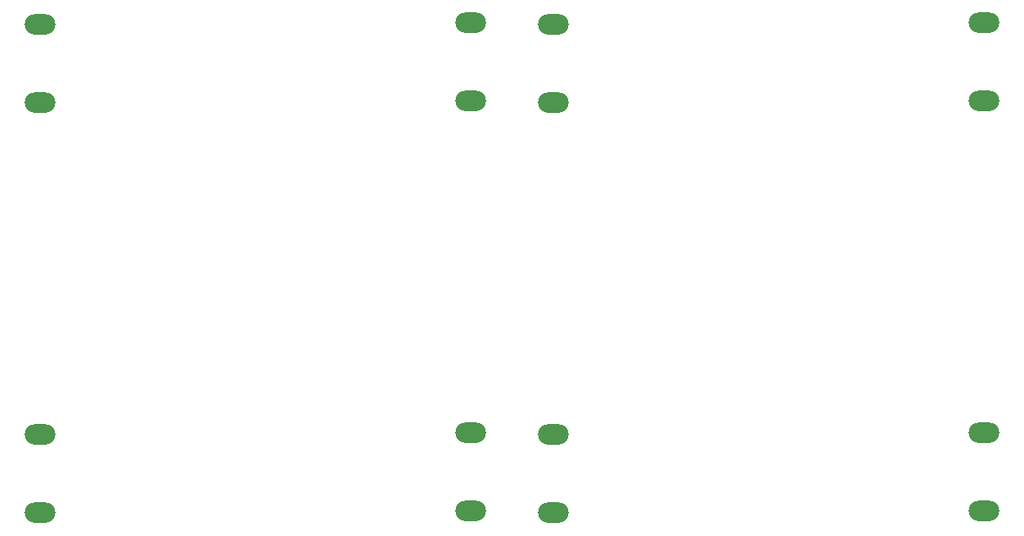
<source format=gbp>
%TF.GenerationSoftware,KiCad,Pcbnew,(5.1.9-0-10_14)*%
%TF.CreationDate,2021-04-15T21:04:48+09:00*%
%TF.ProjectId,RadioExercise_2x2,52616469-6f45-4786-9572-636973655f32,rev?*%
%TF.SameCoordinates,Original*%
%TF.FileFunction,Paste,Bot*%
%TF.FilePolarity,Positive*%
%FSLAX46Y46*%
G04 Gerber Fmt 4.6, Leading zero omitted, Abs format (unit mm)*
G04 Created by KiCad (PCBNEW (5.1.9-0-10_14)) date 2021-04-15 21:04:48*
%MOMM*%
%LPD*%
G01*
G04 APERTURE LIST*
%ADD10O,3.000000X2.000000*%
G04 APERTURE END LIST*
D10*
%TO.C,LS1*%
X135962000Y-118890000D03*
X135962000Y-111270000D03*
%TD*%
%TO.C,LS1*%
X85962000Y-118890000D03*
X85962000Y-111270000D03*
%TD*%
%TO.C,LS1*%
X135962000Y-78890000D03*
X135962000Y-71270000D03*
%TD*%
%TO.C,J1*%
X177872000Y-111084000D03*
X177872000Y-118704000D03*
%TD*%
%TO.C,J1*%
X127872000Y-111084000D03*
X127872000Y-118704000D03*
%TD*%
%TO.C,J1*%
X177872000Y-71084000D03*
X177872000Y-78704000D03*
%TD*%
%TO.C,J1*%
X127872000Y-78704000D03*
X127872000Y-71084000D03*
%TD*%
%TO.C,LS1*%
X85962000Y-71270000D03*
X85962000Y-78890000D03*
%TD*%
M02*

</source>
